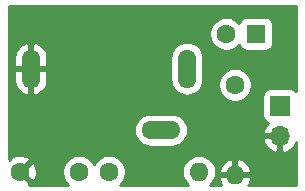
<source format=gbl>
G04 #@! TF.GenerationSoftware,KiCad,Pcbnew,(5.1.2-1)-1*
G04 #@! TF.CreationDate,2020-04-08T11:28:40-04:00*
G04 #@! TF.ProjectId,raspberry_pi_zero_mono_audio_out,72617370-6265-4727-9279-5f70695f7a65,rev?*
G04 #@! TF.SameCoordinates,Original*
G04 #@! TF.FileFunction,Copper,L2,Bot*
G04 #@! TF.FilePolarity,Positive*
%FSLAX46Y46*%
G04 Gerber Fmt 4.6, Leading zero omitted, Abs format (unit mm)*
G04 Created by KiCad (PCBNEW (5.1.2-1)-1) date 2020-04-08 11:28:40*
%MOMM*%
%LPD*%
G04 APERTURE LIST*
%ADD10O,1.524000X3.302000*%
%ADD11O,3.302000X1.524000*%
%ADD12O,1.600000X1.600000*%
%ADD13C,1.600000*%
%ADD14O,1.700000X1.700000*%
%ADD15R,1.700000X1.700000*%
%ADD16R,1.600000X1.600000*%
%ADD17C,0.254000*%
G04 APERTURE END LIST*
D10*
X144011225Y-88301000D03*
D11*
X155011225Y-93501000D03*
D10*
X157211225Y-88301000D03*
D12*
X161290000Y-97282000D03*
D13*
X161290000Y-89662000D03*
D12*
X158242000Y-97028000D03*
D13*
X150622000Y-97028000D03*
D14*
X165100000Y-93980000D03*
D15*
X165100000Y-91440000D03*
D13*
X143082000Y-97028000D03*
X148082000Y-97028000D03*
X160568000Y-85344000D03*
D16*
X163068000Y-85344000D03*
D17*
G36*
X166472000Y-90225104D02*
G01*
X166401185Y-90138815D01*
X166304494Y-90059463D01*
X166194180Y-90000498D01*
X166074482Y-89964188D01*
X165950000Y-89951928D01*
X164250000Y-89951928D01*
X164125518Y-89964188D01*
X164005820Y-90000498D01*
X163895506Y-90059463D01*
X163798815Y-90138815D01*
X163719463Y-90235506D01*
X163660498Y-90345820D01*
X163624188Y-90465518D01*
X163611928Y-90590000D01*
X163611928Y-92290000D01*
X163624188Y-92414482D01*
X163660498Y-92534180D01*
X163719463Y-92644494D01*
X163798815Y-92741185D01*
X163895506Y-92820537D01*
X164005820Y-92879502D01*
X164086466Y-92903966D01*
X164002412Y-92979731D01*
X163828359Y-93213080D01*
X163703175Y-93475901D01*
X163658524Y-93623110D01*
X163779845Y-93853000D01*
X164973000Y-93853000D01*
X164973000Y-93833000D01*
X165227000Y-93833000D01*
X165227000Y-93853000D01*
X165247000Y-93853000D01*
X165247000Y-94107000D01*
X165227000Y-94107000D01*
X165227000Y-95300814D01*
X165456891Y-95421481D01*
X165731252Y-95324157D01*
X165981355Y-95175178D01*
X166197588Y-94980269D01*
X166371641Y-94746920D01*
X166472001Y-94536217D01*
X166472001Y-98146000D01*
X162434342Y-98146000D01*
X162442385Y-98137131D01*
X162587070Y-97895881D01*
X162681909Y-97631040D01*
X162560624Y-97409000D01*
X161417000Y-97409000D01*
X161417000Y-97429000D01*
X161163000Y-97429000D01*
X161163000Y-97409000D01*
X160019376Y-97409000D01*
X159898091Y-97631040D01*
X159992930Y-97895881D01*
X160137615Y-98137131D01*
X160145658Y-98146000D01*
X159141717Y-98146000D01*
X159261608Y-98047608D01*
X159440932Y-97829101D01*
X159574182Y-97579808D01*
X159656236Y-97309309D01*
X159683943Y-97028000D01*
X159674583Y-96932960D01*
X159898091Y-96932960D01*
X160019376Y-97155000D01*
X161163000Y-97155000D01*
X161163000Y-96012085D01*
X161417000Y-96012085D01*
X161417000Y-97155000D01*
X162560624Y-97155000D01*
X162681909Y-96932960D01*
X162587070Y-96668119D01*
X162442385Y-96426869D01*
X162253414Y-96218481D01*
X162027420Y-96050963D01*
X161773087Y-95930754D01*
X161639039Y-95890096D01*
X161417000Y-96012085D01*
X161163000Y-96012085D01*
X160940961Y-95890096D01*
X160806913Y-95930754D01*
X160552580Y-96050963D01*
X160326586Y-96218481D01*
X160137615Y-96426869D01*
X159992930Y-96668119D01*
X159898091Y-96932960D01*
X159674583Y-96932960D01*
X159656236Y-96746691D01*
X159574182Y-96476192D01*
X159440932Y-96226899D01*
X159261608Y-96008392D01*
X159043101Y-95829068D01*
X158793808Y-95695818D01*
X158523309Y-95613764D01*
X158312492Y-95593000D01*
X158171508Y-95593000D01*
X157960691Y-95613764D01*
X157690192Y-95695818D01*
X157440899Y-95829068D01*
X157222392Y-96008392D01*
X157043068Y-96226899D01*
X156909818Y-96476192D01*
X156827764Y-96746691D01*
X156800057Y-97028000D01*
X156827764Y-97309309D01*
X156909818Y-97579808D01*
X157043068Y-97829101D01*
X157222392Y-98047608D01*
X157342283Y-98146000D01*
X151531726Y-98146000D01*
X151536759Y-98142637D01*
X151736637Y-97942759D01*
X151893680Y-97707727D01*
X152001853Y-97446574D01*
X152057000Y-97169335D01*
X152057000Y-96886665D01*
X152001853Y-96609426D01*
X151893680Y-96348273D01*
X151736637Y-96113241D01*
X151536759Y-95913363D01*
X151301727Y-95756320D01*
X151040574Y-95648147D01*
X150763335Y-95593000D01*
X150480665Y-95593000D01*
X150203426Y-95648147D01*
X149942273Y-95756320D01*
X149707241Y-95913363D01*
X149507363Y-96113241D01*
X149352000Y-96345759D01*
X149196637Y-96113241D01*
X148996759Y-95913363D01*
X148761727Y-95756320D01*
X148500574Y-95648147D01*
X148223335Y-95593000D01*
X147940665Y-95593000D01*
X147663426Y-95648147D01*
X147402273Y-95756320D01*
X147167241Y-95913363D01*
X146967363Y-96113241D01*
X146810320Y-96348273D01*
X146702147Y-96609426D01*
X146647000Y-96886665D01*
X146647000Y-97169335D01*
X146702147Y-97446574D01*
X146810320Y-97707727D01*
X146967363Y-97942759D01*
X147167241Y-98142637D01*
X147172274Y-98146000D01*
X143858333Y-98146000D01*
X143895097Y-98020702D01*
X143082000Y-97207605D01*
X143067858Y-97221748D01*
X142888253Y-97042143D01*
X142902395Y-97028000D01*
X143261605Y-97028000D01*
X144074702Y-97841097D01*
X144318671Y-97769514D01*
X144439571Y-97514004D01*
X144508300Y-97239816D01*
X144522217Y-96957488D01*
X144480787Y-96677870D01*
X144385603Y-96411708D01*
X144318671Y-96286486D01*
X144074702Y-96214903D01*
X143261605Y-97028000D01*
X142902395Y-97028000D01*
X142888253Y-97013858D01*
X143067858Y-96834253D01*
X143082000Y-96848395D01*
X143895097Y-96035298D01*
X143823514Y-95791329D01*
X143568004Y-95670429D01*
X143293816Y-95601700D01*
X143011488Y-95587783D01*
X142731870Y-95629213D01*
X142465708Y-95724397D01*
X142340486Y-95791329D01*
X142268903Y-96035296D01*
X142152630Y-95919023D01*
X142138000Y-95933653D01*
X142138000Y-93501000D01*
X152718466Y-93501000D01*
X152745439Y-93774860D01*
X152825321Y-94038195D01*
X152955042Y-94280887D01*
X153129617Y-94493608D01*
X153342338Y-94668183D01*
X153585030Y-94797904D01*
X153848365Y-94877786D01*
X154053600Y-94898000D01*
X155968850Y-94898000D01*
X156174085Y-94877786D01*
X156437420Y-94797904D01*
X156680112Y-94668183D01*
X156892833Y-94493608D01*
X157021447Y-94336890D01*
X163658524Y-94336890D01*
X163703175Y-94484099D01*
X163828359Y-94746920D01*
X164002412Y-94980269D01*
X164218645Y-95175178D01*
X164468748Y-95324157D01*
X164743109Y-95421481D01*
X164973000Y-95300814D01*
X164973000Y-94107000D01*
X163779845Y-94107000D01*
X163658524Y-94336890D01*
X157021447Y-94336890D01*
X157067408Y-94280887D01*
X157197129Y-94038195D01*
X157277011Y-93774860D01*
X157303984Y-93501000D01*
X157277011Y-93227140D01*
X157197129Y-92963805D01*
X157067408Y-92721113D01*
X156892833Y-92508392D01*
X156680112Y-92333817D01*
X156437420Y-92204096D01*
X156174085Y-92124214D01*
X155968850Y-92104000D01*
X154053600Y-92104000D01*
X153848365Y-92124214D01*
X153585030Y-92204096D01*
X153342338Y-92333817D01*
X153129617Y-92508392D01*
X152955042Y-92721113D01*
X152825321Y-92963805D01*
X152745439Y-93227140D01*
X152718466Y-93501000D01*
X142138000Y-93501000D01*
X142138000Y-88428000D01*
X142614225Y-88428000D01*
X142614225Y-89317000D01*
X142665844Y-89587101D01*
X142769166Y-89841942D01*
X142920219Y-90071729D01*
X143113199Y-90267632D01*
X143340690Y-90422122D01*
X143593949Y-90529262D01*
X143668155Y-90544220D01*
X143884225Y-90421720D01*
X143884225Y-88428000D01*
X144138225Y-88428000D01*
X144138225Y-90421720D01*
X144354295Y-90544220D01*
X144428501Y-90529262D01*
X144681760Y-90422122D01*
X144909251Y-90267632D01*
X145102231Y-90071729D01*
X145253284Y-89841942D01*
X145356606Y-89587101D01*
X145408225Y-89317000D01*
X145408225Y-88428000D01*
X144138225Y-88428000D01*
X143884225Y-88428000D01*
X142614225Y-88428000D01*
X142138000Y-88428000D01*
X142138000Y-87285000D01*
X142614225Y-87285000D01*
X142614225Y-88174000D01*
X143884225Y-88174000D01*
X143884225Y-86180280D01*
X144138225Y-86180280D01*
X144138225Y-88174000D01*
X145408225Y-88174000D01*
X145408225Y-87343376D01*
X155814225Y-87343376D01*
X155814225Y-89258625D01*
X155834440Y-89463860D01*
X155914322Y-89727195D01*
X156044043Y-89969887D01*
X156218618Y-90182608D01*
X156431339Y-90357183D01*
X156674031Y-90486904D01*
X156937366Y-90566786D01*
X157211225Y-90593759D01*
X157485085Y-90566786D01*
X157748420Y-90486904D01*
X157991112Y-90357183D01*
X158203833Y-90182608D01*
X158378408Y-89969887D01*
X158508129Y-89727195D01*
X158570779Y-89520665D01*
X159855000Y-89520665D01*
X159855000Y-89803335D01*
X159910147Y-90080574D01*
X160018320Y-90341727D01*
X160175363Y-90576759D01*
X160375241Y-90776637D01*
X160610273Y-90933680D01*
X160871426Y-91041853D01*
X161148665Y-91097000D01*
X161431335Y-91097000D01*
X161708574Y-91041853D01*
X161969727Y-90933680D01*
X162204759Y-90776637D01*
X162404637Y-90576759D01*
X162561680Y-90341727D01*
X162669853Y-90080574D01*
X162725000Y-89803335D01*
X162725000Y-89520665D01*
X162669853Y-89243426D01*
X162561680Y-88982273D01*
X162404637Y-88747241D01*
X162204759Y-88547363D01*
X161969727Y-88390320D01*
X161708574Y-88282147D01*
X161431335Y-88227000D01*
X161148665Y-88227000D01*
X160871426Y-88282147D01*
X160610273Y-88390320D01*
X160375241Y-88547363D01*
X160175363Y-88747241D01*
X160018320Y-88982273D01*
X159910147Y-89243426D01*
X159855000Y-89520665D01*
X158570779Y-89520665D01*
X158588011Y-89463860D01*
X158608225Y-89258625D01*
X158608225Y-87343375D01*
X158588011Y-87138140D01*
X158508129Y-86874805D01*
X158378408Y-86632113D01*
X158203832Y-86419392D01*
X157991111Y-86244817D01*
X157748419Y-86115096D01*
X157485084Y-86035214D01*
X157211225Y-86008241D01*
X156937365Y-86035214D01*
X156674030Y-86115096D01*
X156431338Y-86244817D01*
X156218617Y-86419393D01*
X156044042Y-86632114D01*
X155914321Y-86874806D01*
X155834439Y-87138141D01*
X155814225Y-87343376D01*
X145408225Y-87343376D01*
X145408225Y-87285000D01*
X145356606Y-87014899D01*
X145253284Y-86760058D01*
X145102231Y-86530271D01*
X144909251Y-86334368D01*
X144681760Y-86179878D01*
X144428501Y-86072738D01*
X144354295Y-86057780D01*
X144138225Y-86180280D01*
X143884225Y-86180280D01*
X143668155Y-86057780D01*
X143593949Y-86072738D01*
X143340690Y-86179878D01*
X143113199Y-86334368D01*
X142920219Y-86530271D01*
X142769166Y-86760058D01*
X142665844Y-87014899D01*
X142614225Y-87285000D01*
X142138000Y-87285000D01*
X142138000Y-85202665D01*
X159133000Y-85202665D01*
X159133000Y-85485335D01*
X159188147Y-85762574D01*
X159296320Y-86023727D01*
X159453363Y-86258759D01*
X159653241Y-86458637D01*
X159888273Y-86615680D01*
X160149426Y-86723853D01*
X160426665Y-86779000D01*
X160709335Y-86779000D01*
X160986574Y-86723853D01*
X161247727Y-86615680D01*
X161482759Y-86458637D01*
X161649339Y-86292057D01*
X161678498Y-86388180D01*
X161737463Y-86498494D01*
X161816815Y-86595185D01*
X161913506Y-86674537D01*
X162023820Y-86733502D01*
X162143518Y-86769812D01*
X162268000Y-86782072D01*
X163868000Y-86782072D01*
X163992482Y-86769812D01*
X164112180Y-86733502D01*
X164222494Y-86674537D01*
X164319185Y-86595185D01*
X164398537Y-86498494D01*
X164457502Y-86388180D01*
X164493812Y-86268482D01*
X164506072Y-86144000D01*
X164506072Y-84544000D01*
X164493812Y-84419518D01*
X164457502Y-84299820D01*
X164398537Y-84189506D01*
X164319185Y-84092815D01*
X164222494Y-84013463D01*
X164112180Y-83954498D01*
X163992482Y-83918188D01*
X163868000Y-83905928D01*
X162268000Y-83905928D01*
X162143518Y-83918188D01*
X162023820Y-83954498D01*
X161913506Y-84013463D01*
X161816815Y-84092815D01*
X161737463Y-84189506D01*
X161678498Y-84299820D01*
X161649339Y-84395943D01*
X161482759Y-84229363D01*
X161247727Y-84072320D01*
X160986574Y-83964147D01*
X160709335Y-83909000D01*
X160426665Y-83909000D01*
X160149426Y-83964147D01*
X159888273Y-84072320D01*
X159653241Y-84229363D01*
X159453363Y-84429241D01*
X159296320Y-84664273D01*
X159188147Y-84925426D01*
X159133000Y-85202665D01*
X142138000Y-85202665D01*
X142138000Y-82956000D01*
X166472000Y-82956000D01*
X166472000Y-90225104D01*
X166472000Y-90225104D01*
G37*
X166472000Y-90225104D02*
X166401185Y-90138815D01*
X166304494Y-90059463D01*
X166194180Y-90000498D01*
X166074482Y-89964188D01*
X165950000Y-89951928D01*
X164250000Y-89951928D01*
X164125518Y-89964188D01*
X164005820Y-90000498D01*
X163895506Y-90059463D01*
X163798815Y-90138815D01*
X163719463Y-90235506D01*
X163660498Y-90345820D01*
X163624188Y-90465518D01*
X163611928Y-90590000D01*
X163611928Y-92290000D01*
X163624188Y-92414482D01*
X163660498Y-92534180D01*
X163719463Y-92644494D01*
X163798815Y-92741185D01*
X163895506Y-92820537D01*
X164005820Y-92879502D01*
X164086466Y-92903966D01*
X164002412Y-92979731D01*
X163828359Y-93213080D01*
X163703175Y-93475901D01*
X163658524Y-93623110D01*
X163779845Y-93853000D01*
X164973000Y-93853000D01*
X164973000Y-93833000D01*
X165227000Y-93833000D01*
X165227000Y-93853000D01*
X165247000Y-93853000D01*
X165247000Y-94107000D01*
X165227000Y-94107000D01*
X165227000Y-95300814D01*
X165456891Y-95421481D01*
X165731252Y-95324157D01*
X165981355Y-95175178D01*
X166197588Y-94980269D01*
X166371641Y-94746920D01*
X166472001Y-94536217D01*
X166472001Y-98146000D01*
X162434342Y-98146000D01*
X162442385Y-98137131D01*
X162587070Y-97895881D01*
X162681909Y-97631040D01*
X162560624Y-97409000D01*
X161417000Y-97409000D01*
X161417000Y-97429000D01*
X161163000Y-97429000D01*
X161163000Y-97409000D01*
X160019376Y-97409000D01*
X159898091Y-97631040D01*
X159992930Y-97895881D01*
X160137615Y-98137131D01*
X160145658Y-98146000D01*
X159141717Y-98146000D01*
X159261608Y-98047608D01*
X159440932Y-97829101D01*
X159574182Y-97579808D01*
X159656236Y-97309309D01*
X159683943Y-97028000D01*
X159674583Y-96932960D01*
X159898091Y-96932960D01*
X160019376Y-97155000D01*
X161163000Y-97155000D01*
X161163000Y-96012085D01*
X161417000Y-96012085D01*
X161417000Y-97155000D01*
X162560624Y-97155000D01*
X162681909Y-96932960D01*
X162587070Y-96668119D01*
X162442385Y-96426869D01*
X162253414Y-96218481D01*
X162027420Y-96050963D01*
X161773087Y-95930754D01*
X161639039Y-95890096D01*
X161417000Y-96012085D01*
X161163000Y-96012085D01*
X160940961Y-95890096D01*
X160806913Y-95930754D01*
X160552580Y-96050963D01*
X160326586Y-96218481D01*
X160137615Y-96426869D01*
X159992930Y-96668119D01*
X159898091Y-96932960D01*
X159674583Y-96932960D01*
X159656236Y-96746691D01*
X159574182Y-96476192D01*
X159440932Y-96226899D01*
X159261608Y-96008392D01*
X159043101Y-95829068D01*
X158793808Y-95695818D01*
X158523309Y-95613764D01*
X158312492Y-95593000D01*
X158171508Y-95593000D01*
X157960691Y-95613764D01*
X157690192Y-95695818D01*
X157440899Y-95829068D01*
X157222392Y-96008392D01*
X157043068Y-96226899D01*
X156909818Y-96476192D01*
X156827764Y-96746691D01*
X156800057Y-97028000D01*
X156827764Y-97309309D01*
X156909818Y-97579808D01*
X157043068Y-97829101D01*
X157222392Y-98047608D01*
X157342283Y-98146000D01*
X151531726Y-98146000D01*
X151536759Y-98142637D01*
X151736637Y-97942759D01*
X151893680Y-97707727D01*
X152001853Y-97446574D01*
X152057000Y-97169335D01*
X152057000Y-96886665D01*
X152001853Y-96609426D01*
X151893680Y-96348273D01*
X151736637Y-96113241D01*
X151536759Y-95913363D01*
X151301727Y-95756320D01*
X151040574Y-95648147D01*
X150763335Y-95593000D01*
X150480665Y-95593000D01*
X150203426Y-95648147D01*
X149942273Y-95756320D01*
X149707241Y-95913363D01*
X149507363Y-96113241D01*
X149352000Y-96345759D01*
X149196637Y-96113241D01*
X148996759Y-95913363D01*
X148761727Y-95756320D01*
X148500574Y-95648147D01*
X148223335Y-95593000D01*
X147940665Y-95593000D01*
X147663426Y-95648147D01*
X147402273Y-95756320D01*
X147167241Y-95913363D01*
X146967363Y-96113241D01*
X146810320Y-96348273D01*
X146702147Y-96609426D01*
X146647000Y-96886665D01*
X146647000Y-97169335D01*
X146702147Y-97446574D01*
X146810320Y-97707727D01*
X146967363Y-97942759D01*
X147167241Y-98142637D01*
X147172274Y-98146000D01*
X143858333Y-98146000D01*
X143895097Y-98020702D01*
X143082000Y-97207605D01*
X143067858Y-97221748D01*
X142888253Y-97042143D01*
X142902395Y-97028000D01*
X143261605Y-97028000D01*
X144074702Y-97841097D01*
X144318671Y-97769514D01*
X144439571Y-97514004D01*
X144508300Y-97239816D01*
X144522217Y-96957488D01*
X144480787Y-96677870D01*
X144385603Y-96411708D01*
X144318671Y-96286486D01*
X144074702Y-96214903D01*
X143261605Y-97028000D01*
X142902395Y-97028000D01*
X142888253Y-97013858D01*
X143067858Y-96834253D01*
X143082000Y-96848395D01*
X143895097Y-96035298D01*
X143823514Y-95791329D01*
X143568004Y-95670429D01*
X143293816Y-95601700D01*
X143011488Y-95587783D01*
X142731870Y-95629213D01*
X142465708Y-95724397D01*
X142340486Y-95791329D01*
X142268903Y-96035296D01*
X142152630Y-95919023D01*
X142138000Y-95933653D01*
X142138000Y-93501000D01*
X152718466Y-93501000D01*
X152745439Y-93774860D01*
X152825321Y-94038195D01*
X152955042Y-94280887D01*
X153129617Y-94493608D01*
X153342338Y-94668183D01*
X153585030Y-94797904D01*
X153848365Y-94877786D01*
X154053600Y-94898000D01*
X155968850Y-94898000D01*
X156174085Y-94877786D01*
X156437420Y-94797904D01*
X156680112Y-94668183D01*
X156892833Y-94493608D01*
X157021447Y-94336890D01*
X163658524Y-94336890D01*
X163703175Y-94484099D01*
X163828359Y-94746920D01*
X164002412Y-94980269D01*
X164218645Y-95175178D01*
X164468748Y-95324157D01*
X164743109Y-95421481D01*
X164973000Y-95300814D01*
X164973000Y-94107000D01*
X163779845Y-94107000D01*
X163658524Y-94336890D01*
X157021447Y-94336890D01*
X157067408Y-94280887D01*
X157197129Y-94038195D01*
X157277011Y-93774860D01*
X157303984Y-93501000D01*
X157277011Y-93227140D01*
X157197129Y-92963805D01*
X157067408Y-92721113D01*
X156892833Y-92508392D01*
X156680112Y-92333817D01*
X156437420Y-92204096D01*
X156174085Y-92124214D01*
X155968850Y-92104000D01*
X154053600Y-92104000D01*
X153848365Y-92124214D01*
X153585030Y-92204096D01*
X153342338Y-92333817D01*
X153129617Y-92508392D01*
X152955042Y-92721113D01*
X152825321Y-92963805D01*
X152745439Y-93227140D01*
X152718466Y-93501000D01*
X142138000Y-93501000D01*
X142138000Y-88428000D01*
X142614225Y-88428000D01*
X142614225Y-89317000D01*
X142665844Y-89587101D01*
X142769166Y-89841942D01*
X142920219Y-90071729D01*
X143113199Y-90267632D01*
X143340690Y-90422122D01*
X143593949Y-90529262D01*
X143668155Y-90544220D01*
X143884225Y-90421720D01*
X143884225Y-88428000D01*
X144138225Y-88428000D01*
X144138225Y-90421720D01*
X144354295Y-90544220D01*
X144428501Y-90529262D01*
X144681760Y-90422122D01*
X144909251Y-90267632D01*
X145102231Y-90071729D01*
X145253284Y-89841942D01*
X145356606Y-89587101D01*
X145408225Y-89317000D01*
X145408225Y-88428000D01*
X144138225Y-88428000D01*
X143884225Y-88428000D01*
X142614225Y-88428000D01*
X142138000Y-88428000D01*
X142138000Y-87285000D01*
X142614225Y-87285000D01*
X142614225Y-88174000D01*
X143884225Y-88174000D01*
X143884225Y-86180280D01*
X144138225Y-86180280D01*
X144138225Y-88174000D01*
X145408225Y-88174000D01*
X145408225Y-87343376D01*
X155814225Y-87343376D01*
X155814225Y-89258625D01*
X155834440Y-89463860D01*
X155914322Y-89727195D01*
X156044043Y-89969887D01*
X156218618Y-90182608D01*
X156431339Y-90357183D01*
X156674031Y-90486904D01*
X156937366Y-90566786D01*
X157211225Y-90593759D01*
X157485085Y-90566786D01*
X157748420Y-90486904D01*
X157991112Y-90357183D01*
X158203833Y-90182608D01*
X158378408Y-89969887D01*
X158508129Y-89727195D01*
X158570779Y-89520665D01*
X159855000Y-89520665D01*
X159855000Y-89803335D01*
X159910147Y-90080574D01*
X160018320Y-90341727D01*
X160175363Y-90576759D01*
X160375241Y-90776637D01*
X160610273Y-90933680D01*
X160871426Y-91041853D01*
X161148665Y-91097000D01*
X161431335Y-91097000D01*
X161708574Y-91041853D01*
X161969727Y-90933680D01*
X162204759Y-90776637D01*
X162404637Y-90576759D01*
X162561680Y-90341727D01*
X162669853Y-90080574D01*
X162725000Y-89803335D01*
X162725000Y-89520665D01*
X162669853Y-89243426D01*
X162561680Y-88982273D01*
X162404637Y-88747241D01*
X162204759Y-88547363D01*
X161969727Y-88390320D01*
X161708574Y-88282147D01*
X161431335Y-88227000D01*
X161148665Y-88227000D01*
X160871426Y-88282147D01*
X160610273Y-88390320D01*
X160375241Y-88547363D01*
X160175363Y-88747241D01*
X160018320Y-88982273D01*
X159910147Y-89243426D01*
X159855000Y-89520665D01*
X158570779Y-89520665D01*
X158588011Y-89463860D01*
X158608225Y-89258625D01*
X158608225Y-87343375D01*
X158588011Y-87138140D01*
X158508129Y-86874805D01*
X158378408Y-86632113D01*
X158203832Y-86419392D01*
X157991111Y-86244817D01*
X157748419Y-86115096D01*
X157485084Y-86035214D01*
X157211225Y-86008241D01*
X156937365Y-86035214D01*
X156674030Y-86115096D01*
X156431338Y-86244817D01*
X156218617Y-86419393D01*
X156044042Y-86632114D01*
X155914321Y-86874806D01*
X155834439Y-87138141D01*
X155814225Y-87343376D01*
X145408225Y-87343376D01*
X145408225Y-87285000D01*
X145356606Y-87014899D01*
X145253284Y-86760058D01*
X145102231Y-86530271D01*
X144909251Y-86334368D01*
X144681760Y-86179878D01*
X144428501Y-86072738D01*
X144354295Y-86057780D01*
X144138225Y-86180280D01*
X143884225Y-86180280D01*
X143668155Y-86057780D01*
X143593949Y-86072738D01*
X143340690Y-86179878D01*
X143113199Y-86334368D01*
X142920219Y-86530271D01*
X142769166Y-86760058D01*
X142665844Y-87014899D01*
X142614225Y-87285000D01*
X142138000Y-87285000D01*
X142138000Y-85202665D01*
X159133000Y-85202665D01*
X159133000Y-85485335D01*
X159188147Y-85762574D01*
X159296320Y-86023727D01*
X159453363Y-86258759D01*
X159653241Y-86458637D01*
X159888273Y-86615680D01*
X160149426Y-86723853D01*
X160426665Y-86779000D01*
X160709335Y-86779000D01*
X160986574Y-86723853D01*
X161247727Y-86615680D01*
X161482759Y-86458637D01*
X161649339Y-86292057D01*
X161678498Y-86388180D01*
X161737463Y-86498494D01*
X161816815Y-86595185D01*
X161913506Y-86674537D01*
X162023820Y-86733502D01*
X162143518Y-86769812D01*
X162268000Y-86782072D01*
X163868000Y-86782072D01*
X163992482Y-86769812D01*
X164112180Y-86733502D01*
X164222494Y-86674537D01*
X164319185Y-86595185D01*
X164398537Y-86498494D01*
X164457502Y-86388180D01*
X164493812Y-86268482D01*
X164506072Y-86144000D01*
X164506072Y-84544000D01*
X164493812Y-84419518D01*
X164457502Y-84299820D01*
X164398537Y-84189506D01*
X164319185Y-84092815D01*
X164222494Y-84013463D01*
X164112180Y-83954498D01*
X163992482Y-83918188D01*
X163868000Y-83905928D01*
X162268000Y-83905928D01*
X162143518Y-83918188D01*
X162023820Y-83954498D01*
X161913506Y-84013463D01*
X161816815Y-84092815D01*
X161737463Y-84189506D01*
X161678498Y-84299820D01*
X161649339Y-84395943D01*
X161482759Y-84229363D01*
X161247727Y-84072320D01*
X160986574Y-83964147D01*
X160709335Y-83909000D01*
X160426665Y-83909000D01*
X160149426Y-83964147D01*
X159888273Y-84072320D01*
X159653241Y-84229363D01*
X159453363Y-84429241D01*
X159296320Y-84664273D01*
X159188147Y-84925426D01*
X159133000Y-85202665D01*
X142138000Y-85202665D01*
X142138000Y-82956000D01*
X166472000Y-82956000D01*
X166472000Y-90225104D01*
M02*

</source>
